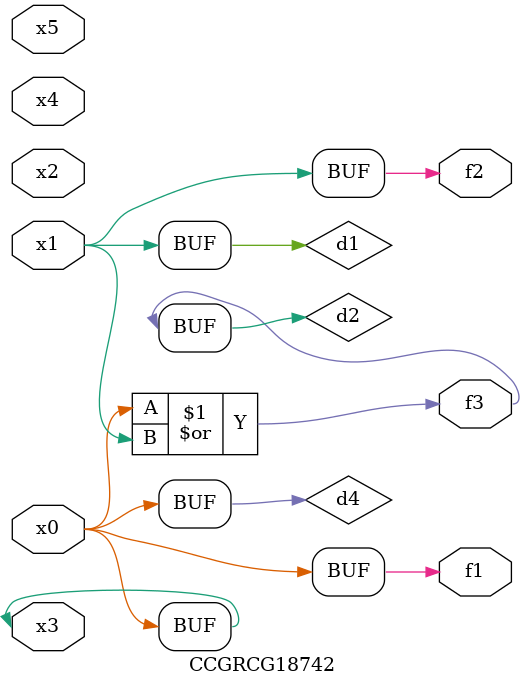
<source format=v>
module CCGRCG18742(
	input x0, x1, x2, x3, x4, x5,
	output f1, f2, f3
);

	wire d1, d2, d3, d4;

	and (d1, x1);
	or (d2, x0, x1);
	nand (d3, x0, x5);
	buf (d4, x0, x3);
	assign f1 = d4;
	assign f2 = d1;
	assign f3 = d2;
endmodule

</source>
